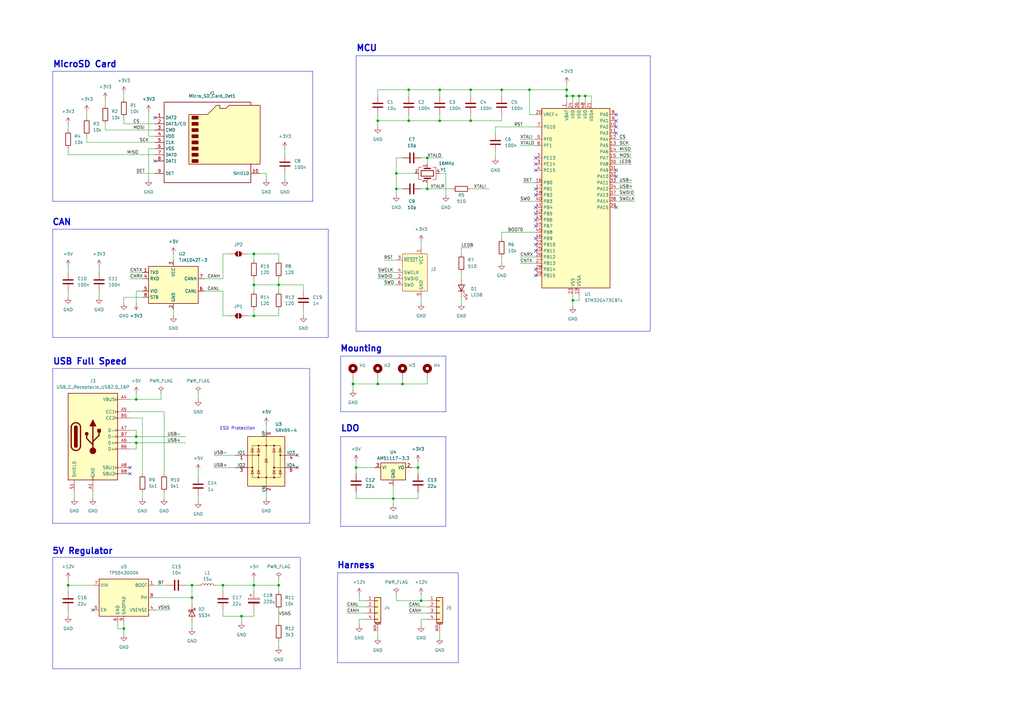
<source format=kicad_sch>
(kicad_sch (version 20231120) (generator "eeschema") (generator_version "8.0")
  (paper "A3")
  (junction (at 104.14 116.84))
  (junction (at 55.88 163.83))
  (junction (at 104.14 240.03))
  (junction (at 232.41 36.83))
  (junction (at 237.49 39.37))
  (junction (at 104.14 104.14))
  (junction (at 175.26 77.47))
  (junction (at 78.74 240.03))
  (junction (at 180.34 36.83))
  (junction (at 154.94 49.53))
  (junction (at 234.95 123.19))
  (junction (at 193.04 36.83))
  (junction (at 167.64 49.53))
  (junction (at 146.05 191.77))
  (junction (at 240.03 39.37))
  (junction (at 91.44 240.03))
  (junction (at 144.78 157.48))
  (junction (at 99.06 252.73))
  (junction (at 161.29 204.47))
  (junction (at 78.74 245.11))
  (junction (at 217.17 36.83))
  (junction (at 114.3 116.84))
  (junction (at 162.56 77.47))
  (junction (at 167.64 36.83))
  (junction (at 193.04 49.53))
  (junction (at 104.14 129.54))
  (junction (at 50.8 257.81))
  (junction (at 114.3 240.03))
  (junction (at 180.34 49.53))
  (junction (at 234.95 39.37))
  (junction (at 165.1 157.48))
  (junction (at 27.94 240.03))
  (junction (at 172.72 246.38))
  (junction (at 154.94 157.48))
  (junction (at 55.88 181.61))
  (junction (at 232.41 39.37))
  (junction (at 55.88 179.07))
  (junction (at 171.45 191.77))
  (junction (at 162.56 71.12))
  (junction (at 205.74 36.83))
  (junction (at 175.26 64.77))
  (no_connect (at 121.92 186.69))
  (no_connect (at 252.73 69.85))
  (no_connect (at 121.92 191.77))
  (no_connect (at 252.73 49.53))
  (no_connect (at 252.73 54.61))
  (no_connect (at 219.71 97.79))
  (no_connect (at 63.5 66.04))
  (no_connect (at 252.73 52.07))
  (no_connect (at 219.71 110.49))
  (no_connect (at 219.71 64.77))
  (no_connect (at 219.71 100.33))
  (no_connect (at 219.71 77.47))
  (no_connect (at 53.34 194.31))
  (no_connect (at 63.5 48.26))
  (no_connect (at 219.71 102.87))
  (no_connect (at 219.71 67.31))
  (no_connect (at 219.71 85.09))
  (no_connect (at 219.71 80.01))
  (no_connect (at 252.73 85.09))
  (no_connect (at 53.34 191.77))
  (no_connect (at 219.71 87.63))
  (no_connect (at 219.71 69.85))
  (no_connect (at 252.73 46.99))
  (no_connect (at 219.71 92.71))
  (no_connect (at 252.73 72.39))
  (no_connect (at 38.1 250.19))
  (no_connect (at 219.71 113.03))
  (no_connect (at 219.71 90.17))
  (wire (pts (xy 167.64 36.83) (xy 167.64 39.37)))
  (wire (pts (xy 55.88 179.07) (xy 76.2 179.07)))
  (wire (pts (xy 234.95 123.19) (xy 237.49 123.19)))
  (wire (pts (xy 175.26 77.47) (xy 185.42 77.47)))
  (wire (pts (xy 35.56 58.42) (xy 63.5 58.42)))
  (wire (pts (xy 214.63 74.93) (xy 219.71 74.93)))
  (wire (pts (xy 171.45 191.77) (xy 168.91 191.77)))
  (wire (pts (xy 242.57 39.37) (xy 242.57 41.91)))
  (wire (pts (xy 27.94 109.22) (xy 27.94 111.76)))
  (wire (pts (xy 27.94 60.96) (xy 27.94 63.5)))
  (wire (pts (xy 50.8 121.92) (xy 50.8 124.46)))
  (wire (pts (xy 109.22 173.99) (xy 109.22 176.53)))
  (wire (pts (xy 109.22 201.93) (xy 109.22 204.47)))
  (wire (pts (xy 50.8 48.26) (xy 50.8 50.8)))
  (wire (pts (xy 193.04 36.83) (xy 193.04 39.37)))
  (wire (pts (xy 30.48 201.93) (xy 30.48 204.47)))
  (wire (pts (xy 146.05 189.23) (xy 146.05 191.77)))
  (wire (pts (xy 104.14 104.14) (xy 114.3 104.14)))
  (wire (pts (xy 219.71 46.99) (xy 217.17 46.99)))
  (wire (pts (xy 81.28 203.2) (xy 81.28 205.74)))
  (wire (pts (xy 40.64 109.22) (xy 40.64 111.76)))
  (polyline (pts (xy 266.7 22.86) (xy 146.05 22.86)))
  (wire (pts (xy 27.94 50.8) (xy 27.94 53.34)))
  (wire (pts (xy 114.3 104.14) (xy 114.3 106.68)))
  (wire (pts (xy 91.44 240.03) (xy 88.9 240.03)))
  (polyline (pts (xy 123.19 274.32) (xy 21.59 274.32)))
  (wire (pts (xy 205.74 49.53) (xy 205.74 46.99)))
  (polyline (pts (xy 21.59 228.6) (xy 26.67 228.6)))
  (wire (pts (xy 234.95 39.37) (xy 234.95 41.91)))
  (wire (pts (xy 50.8 38.1) (xy 50.8 40.64)))
  (wire (pts (xy 165.1 157.48) (xy 175.26 157.48)))
  (wire (pts (xy 78.74 255.27) (xy 78.74 257.81)))
  (wire (pts (xy 83.82 114.3) (xy 91.44 114.3)))
  (polyline (pts (xy 21.59 104.14) (xy 21.59 138.43)))
  (wire (pts (xy 91.44 240.03) (xy 104.14 240.03)))
  (wire (pts (xy 146.05 201.93) (xy 146.05 204.47)))
  (wire (pts (xy 172.72 121.92) (xy 172.72 124.46)))
  (wire (pts (xy 53.34 184.15) (xy 55.88 184.15)))
  (polyline (pts (xy 182.88 146.05) (xy 139.7 146.05)))
  (wire (pts (xy 172.72 246.38) (xy 175.26 246.38)))
  (wire (pts (xy 91.44 114.3) (xy 91.44 104.14)))
  (wire (pts (xy 53.34 111.76) (xy 58.42 111.76)))
  (wire (pts (xy 167.64 49.53) (xy 180.34 49.53)))
  (wire (pts (xy 53.34 114.3) (xy 58.42 114.3)))
  (wire (pts (xy 55.88 176.53) (xy 55.88 179.07)))
  (wire (pts (xy 40.64 119.38) (xy 40.64 121.92)))
  (wire (pts (xy 252.73 77.47) (xy 259.08 77.47)))
  (wire (pts (xy 193.04 36.83) (xy 180.34 36.83)))
  (wire (pts (xy 180.34 49.53) (xy 180.34 46.99)))
  (wire (pts (xy 50.8 257.81) (xy 50.8 260.35)))
  (wire (pts (xy 213.36 107.95) (xy 219.71 107.95)))
  (wire (pts (xy 146.05 194.31) (xy 146.05 191.77)))
  (wire (pts (xy 67.31 201.93) (xy 67.31 204.47)))
  (wire (pts (xy 172.72 99.06) (xy 172.72 101.6)))
  (wire (pts (xy 147.32 254) (xy 149.86 254)))
  (wire (pts (xy 58.42 201.93) (xy 58.42 204.47)))
  (polyline (pts (xy 139.7 146.05) (xy 139.7 151.13)))
  (wire (pts (xy 205.74 95.25) (xy 205.74 97.79)))
  (wire (pts (xy 172.72 243.84) (xy 172.72 246.38)))
  (wire (pts (xy 35.56 45.72) (xy 35.56 48.26)))
  (polyline (pts (xy 143.51 179.07) (xy 182.88 179.07)))
  (wire (pts (xy 63.5 245.11) (xy 78.74 245.11)))
  (wire (pts (xy 55.88 161.29) (xy 55.88 163.83)))
  (wire (pts (xy 172.72 254) (xy 172.72 256.54)))
  (wire (pts (xy 252.73 59.69) (xy 257.81 59.69)))
  (polyline (pts (xy 146.05 49.53) (xy 146.05 135.89)))
  (wire (pts (xy 219.71 95.25) (xy 205.74 95.25)))
  (wire (pts (xy 87.63 186.69) (xy 96.52 186.69)))
  (polyline (pts (xy 128.27 82.55) (xy 128.27 29.21)))
  (wire (pts (xy 213.36 59.69) (xy 219.71 59.69)))
  (wire (pts (xy 213.36 82.55) (xy 219.71 82.55)))
  (wire (pts (xy 104.14 237.49) (xy 104.14 240.03)))
  (wire (pts (xy 91.44 242.57) (xy 91.44 240.03)))
  (polyline (pts (xy 21.59 214.63) (xy 21.59 151.13)))
  (wire (pts (xy 252.73 57.15) (xy 256.54 57.15)))
  (wire (pts (xy 252.73 80.01) (xy 260.35 80.01)))
  (polyline (pts (xy 187.96 271.78) (xy 187.96 234.95)))
  (wire (pts (xy 203.2 52.07) (xy 219.71 52.07)))
  (wire (pts (xy 27.94 119.38) (xy 27.94 121.92)))
  (wire (pts (xy 60.96 60.96) (xy 60.96 73.66)))
  (wire (pts (xy 124.46 119.38) (xy 124.46 116.84)))
  (wire (pts (xy 114.3 237.49) (xy 114.3 240.03)))
  (wire (pts (xy 237.49 39.37) (xy 240.03 39.37)))
  (wire (pts (xy 55.88 163.83) (xy 53.34 163.83)))
  (wire (pts (xy 157.48 116.84) (xy 162.56 116.84)))
  (wire (pts (xy 171.45 189.23) (xy 171.45 191.77)))
  (wire (pts (xy 66.04 163.83) (xy 55.88 163.83)))
  (wire (pts (xy 144.78 157.48) (xy 154.94 157.48)))
  (wire (pts (xy 87.63 191.77) (xy 96.52 191.77)))
  (wire (pts (xy 83.82 119.38) (xy 91.44 119.38)))
  (wire (pts (xy 232.41 39.37) (xy 234.95 39.37)))
  (wire (pts (xy 171.45 191.77) (xy 171.45 194.31)))
  (wire (pts (xy 161.29 199.39) (xy 161.29 204.47)))
  (wire (pts (xy 252.73 67.31) (xy 259.08 67.31)))
  (wire (pts (xy 162.56 64.77) (xy 165.1 64.77)))
  (polyline (pts (xy 139.7 215.9) (xy 139.7 179.07)))
  (wire (pts (xy 147.32 254) (xy 147.32 256.54)))
  (wire (pts (xy 71.12 127) (xy 71.12 129.54)))
  (polyline (pts (xy 138.43 271.78) (xy 187.96 271.78)))
  (wire (pts (xy 50.8 255.27) (xy 50.8 257.81)))
  (wire (pts (xy 217.17 36.83) (xy 232.41 36.83)))
  (wire (pts (xy 252.73 82.55) (xy 260.35 82.55)))
  (wire (pts (xy 114.3 116.84) (xy 114.3 119.38)))
  (wire (pts (xy 104.14 104.14) (xy 101.6 104.14)))
  (wire (pts (xy 154.94 114.3) (xy 162.56 114.3)))
  (wire (pts (xy 67.31 168.91) (xy 67.31 194.31)))
  (wire (pts (xy 162.56 71.12) (xy 162.56 64.77)))
  (wire (pts (xy 162.56 80.01) (xy 162.56 77.47)))
  (wire (pts (xy 27.94 237.49) (xy 27.94 240.03)))
  (wire (pts (xy 104.14 129.54) (xy 114.3 129.54)))
  (wire (pts (xy 161.29 204.47) (xy 161.29 207.01)))
  (wire (pts (xy 81.28 193.04) (xy 81.28 195.58)))
  (wire (pts (xy 205.74 36.83) (xy 217.17 36.83)))
  (wire (pts (xy 106.68 71.12) (xy 109.22 71.12)))
  (wire (pts (xy 175.26 64.77) (xy 172.72 64.77)))
  (wire (pts (xy 154.94 36.83) (xy 167.64 36.83)))
  (wire (pts (xy 50.8 257.81) (xy 48.26 257.81)))
  (polyline (pts (xy 21.59 274.32) (xy 21.59 228.6)))
  (wire (pts (xy 142.24 248.92) (xy 149.86 248.92)))
  (wire (pts (xy 232.41 36.83) (xy 232.41 39.37)))
  (wire (pts (xy 154.94 49.53) (xy 167.64 49.53)))
  (wire (pts (xy 213.36 105.41) (xy 219.71 105.41)))
  (wire (pts (xy 63.5 250.19) (xy 69.85 250.19)))
  (wire (pts (xy 104.14 116.84) (xy 104.14 119.38)))
  (polyline (pts (xy 182.88 168.91) (xy 182.88 146.05)))
  (wire (pts (xy 234.95 120.65) (xy 234.95 123.19)))
  (wire (pts (xy 55.88 124.46) (xy 55.88 119.38)))
  (wire (pts (xy 180.34 259.08) (xy 180.34 261.62)))
  (polyline (pts (xy 182.88 215.9) (xy 139.7 215.9)))
  (wire (pts (xy 162.56 77.47) (xy 165.1 77.47)))
  (polyline (pts (xy 128.27 29.21) (xy 21.59 29.21)))
  (wire (pts (xy 180.34 36.83) (xy 167.64 36.83)))
  (wire (pts (xy 157.48 106.68) (xy 162.56 106.68)))
  (wire (pts (xy 146.05 191.77) (xy 153.67 191.77)))
  (wire (pts (xy 161.29 204.47) (xy 171.45 204.47)))
  (wire (pts (xy 189.23 101.6) (xy 189.23 104.14)))
  (wire (pts (xy 182.88 71.12) (xy 180.34 71.12)))
  (wire (pts (xy 27.94 250.19) (xy 27.94 252.73)))
  (wire (pts (xy 232.41 34.29) (xy 232.41 36.83)))
  (polyline (pts (xy 21.59 29.21) (xy 21.59 38.1)))
  (wire (pts (xy 104.14 240.03) (xy 104.14 242.57)))
  (wire (pts (xy 154.94 157.48) (xy 154.94 154.94)))
  (wire (pts (xy 167.64 251.46) (xy 175.26 251.46)))
  (wire (pts (xy 27.94 240.03) (xy 38.1 240.03)))
  (wire (pts (xy 162.56 246.38) (xy 172.72 246.38)))
  (wire (pts (xy 78.74 240.03) (xy 76.2 240.03)))
  (wire (pts (xy 240.03 39.37) (xy 242.57 39.37)))
  (wire (pts (xy 114.3 129.54) (xy 114.3 127)))
  (wire (pts (xy 91.44 129.54) (xy 93.98 129.54)))
  (wire (pts (xy 162.56 243.84) (xy 162.56 246.38)))
  (wire (pts (xy 55.88 181.61) (xy 76.2 181.61)))
  (polyline (pts (xy 21.59 93.98) (xy 21.59 104.14)))
  (wire (pts (xy 66.04 161.29) (xy 66.04 163.83)))
  (wire (pts (xy 104.14 252.73) (xy 104.14 250.19)))
  (polyline (pts (xy 21.59 138.43) (xy 134.62 138.43)))
  (wire (pts (xy 124.46 127) (xy 124.46 129.54)))
  (wire (pts (xy 193.04 49.53) (xy 193.04 46.99)))
  (polyline (pts (xy 134.62 138.43) (xy 134.62 93.98)))
  (wire (pts (xy 124.46 116.84) (xy 114.3 116.84)))
  (polyline (pts (xy 21.59 151.13) (xy 102.87 151.13)))
  (polyline (pts (xy 187.96 234.95) (xy 138.43 234.95)))
  (wire (pts (xy 147.32 246.38) (xy 149.86 246.38)))
  (wire (pts (xy 104.14 129.54) (xy 104.14 127)))
  (wire (pts (xy 205.74 39.37) (xy 205.74 36.83)))
  (wire (pts (xy 154.94 111.76) (xy 162.56 111.76)))
  (wire (pts (xy 114.3 116.84) (xy 114.3 114.3)))
  (wire (pts (xy 175.26 74.93) (xy 175.26 77.47)))
  (wire (pts (xy 60.96 60.96) (xy 63.5 60.96)))
  (wire (pts (xy 205.74 36.83) (xy 193.04 36.83)))
  (wire (pts (xy 162.56 77.47) (xy 162.56 71.12)))
  (wire (pts (xy 175.26 67.31) (xy 175.26 64.77)))
  (polyline (pts (xy 127 214.63) (xy 21.59 214.63)))
  (wire (pts (xy 203.2 62.23) (xy 203.2 64.77)))
  (wire (pts (xy 91.44 252.73) (xy 91.44 250.19)))
  (wire (pts (xy 71.12 104.14) (xy 71.12 106.68)))
  (wire (pts (xy 175.26 64.77) (xy 181.61 64.77)))
  (polyline (pts (xy 26.67 228.6) (xy 123.19 228.6)))
  (wire (pts (xy 193.04 49.53) (xy 205.74 49.53)))
  (polyline (pts (xy 146.05 22.86) (xy 146.05 49.53)))
  (wire (pts (xy 175.26 77.47) (xy 172.72 77.47)))
  (polyline (pts (xy 139.7 179.07) (xy 143.51 179.07)))
  (wire (pts (xy 99.06 252.73) (xy 104.14 252.73)))
  (wire (pts (xy 182.88 71.12) (xy 182.88 80.01)))
  (wire (pts (xy 43.18 53.34) (xy 63.5 53.34)))
  (wire (pts (xy 167.64 46.99) (xy 167.64 49.53)))
  (wire (pts (xy 154.94 157.48) (xy 165.1 157.48)))
  (wire (pts (xy 146.05 204.47) (xy 161.29 204.47)))
  (wire (pts (xy 175.26 157.48) (xy 175.26 154.94)))
  (wire (pts (xy 114.3 242.57) (xy 114.3 240.03)))
  (wire (pts (xy 60.96 45.72) (xy 60.96 55.88)))
  (wire (pts (xy 78.74 240.03) (xy 81.28 240.03)))
  (wire (pts (xy 167.64 248.92) (xy 175.26 248.92)))
  (polyline (pts (xy 123.19 228.6) (xy 123.19 274.32)))
  (wire (pts (xy 114.3 262.89) (xy 114.3 265.43)))
  (polyline (pts (xy 134.62 93.98) (xy 21.59 93.98)))
  (wire (pts (xy 55.88 71.12) (xy 63.5 71.12)))
  (wire (pts (xy 162.56 71.12) (xy 170.18 71.12)))
  (wire (pts (xy 35.56 55.88) (xy 35.56 58.42)))
  (wire (pts (xy 58.42 171.45) (xy 53.34 171.45)))
  (wire (pts (xy 232.41 39.37) (xy 232.41 41.91)))
  (polyline (pts (xy 139.7 151.13) (xy 139.7 168.91)))
  (wire (pts (xy 180.34 49.53) (xy 193.04 49.53)))
  (wire (pts (xy 91.44 119.38) (xy 91.44 129.54)))
  (polyline (pts (xy 21.59 38.1) (xy 21.59 82.55)))
  (wire (pts (xy 104.14 116.84) (xy 114.3 116.84)))
  (wire (pts (xy 50.8 50.8) (xy 63.5 50.8)))
  (polyline (pts (xy 21.59 82.55) (xy 128.27 82.55)))
  (wire (pts (xy 63.5 240.03) (xy 68.58 240.03)))
  (wire (pts (xy 252.73 64.77) (xy 259.08 64.77)))
  (wire (pts (xy 99.06 252.73) (xy 99.06 255.27)))
  (wire (pts (xy 78.74 247.65) (xy 78.74 245.11)))
  (wire (pts (xy 189.23 101.6) (xy 193.04 101.6)))
  (wire (pts (xy 252.73 74.93) (xy 259.08 74.93)))
  (wire (pts (xy 165.1 157.48) (xy 165.1 154.94)))
  (wire (pts (xy 38.1 201.93) (xy 38.1 204.47)))
  (wire (pts (xy 193.04 77.47) (xy 200.66 77.47)))
  (wire (pts (xy 172.72 254) (xy 175.26 254)))
  (wire (pts (xy 104.14 106.68) (xy 104.14 104.14)))
  (wire (pts (xy 53.34 168.91) (xy 67.31 168.91)))
  (wire (pts (xy 240.03 39.37) (xy 240.03 41.91)))
  (wire (pts (xy 53.34 179.07) (xy 55.88 179.07)))
  (wire (pts (xy 27.94 242.57) (xy 27.94 240.03)))
  (wire (pts (xy 99.06 252.73) (xy 91.44 252.73)))
  (wire (pts (xy 237.49 39.37) (xy 237.49 41.91)))
  (wire (pts (xy 237.49 123.19) (xy 237.49 120.65)))
  (wire (pts (xy 58.42 194.31) (xy 58.42 171.45)))
  (wire (pts (xy 101.6 129.54) (xy 104.14 129.54)))
  (wire (pts (xy 144.78 154.94) (xy 144.78 157.48)))
  (wire (pts (xy 50.8 121.92) (xy 58.42 121.92)))
  (wire (pts (xy 154.94 36.83) (xy 154.94 39.37)))
  (wire (pts (xy 171.45 204.47) (xy 171.45 201.93)))
  (wire (pts (xy 53.34 176.53) (xy 55.88 176.53)))
  (wire (pts (xy 114.3 250.19) (xy 114.3 255.27)))
  (wire (pts (xy 154.94 49.53) (xy 154.94 52.07)))
  (wire (pts (xy 81.28 161.29) (xy 81.28 163.83)))
  (wire (pts (xy 109.22 71.12) (xy 109.22 73.66)))
  (wire (pts (xy 144.78 157.48) (xy 144.78 160.02)))
  (wire (pts (xy 234.95 123.19) (xy 234.95 125.73)))
  (wire (pts (xy 116.84 71.12) (xy 116.84 73.66)))
  (wire (pts (xy 116.84 60.96) (xy 116.84 63.5)))
  (wire (pts (xy 252.73 62.23) (xy 259.08 62.23)))
  (wire (pts (xy 43.18 53.34) (xy 43.18 50.8)))
  (polyline (pts (xy 138.43 238.76) (xy 138.43 271.78)))
  (wire (pts (xy 91.44 104.14) (xy 93.98 104.14)))
  (polyline (pts (xy 138.43 234.95) (xy 138.43 238.76)))
  (wire (pts (xy 78.74 245.11) (xy 78.74 240.03)))
  (wire (pts (xy 205.74 105.41) (xy 205.74 107.95)))
  (wire (pts (xy 147.32 243.84) (xy 147.32 246.38)))
  (polyline (pts (xy 146.05 135.89) (xy 266.7 135.89)))
  (wire (pts (xy 104.14 240.03) (xy 114.3 240.03)))
  (wire (pts (xy 60.96 55.88) (xy 63.5 55.88)))
  (wire (pts (xy 48.26 257.81) (xy 48.26 255.27)))
  (wire (pts (xy 189.23 121.92) (xy 189.23 124.46)))
  (wire (pts (xy 55.88 119.38) (xy 58.42 119.38)))
  (wire (pts (xy 55.88 184.15) (xy 55.88 181.61)))
  (wire (pts (xy 189.23 111.76) (xy 189.23 114.3)))
  (wire (pts (xy 217.17 36.83) (xy 217.17 46.99)))
  (wire (pts (xy 234.95 39.37) (xy 237.49 39.37)))
  (wire (pts (xy 43.18 40.64) (xy 43.18 43.18)))
  (wire (pts (xy 27.94 63.5) (xy 63.5 63.5)))
  (polyline (pts (xy 182.88 179.07) (xy 182.88 215.9)))
  (polyline (pts (xy 139.7 168.91) (xy 182.88 168.91)))
  (wire (pts (xy 53.34 181.61) (xy 55.88 181.61)))
  (wire (pts (xy 213.36 57.15) (xy 219.71 57.15)))
  (polyline (pts (xy 266.7 135.89) (xy 266.7 22.86)))
  (wire (pts (xy 142.24 251.46) (xy 149.86 251.46)))
  (wire (pts (xy 180.34 36.83) (xy 180.34 39.37)))
  (wire (pts (xy 104.14 114.3) (xy 104.14 116.84)))
  (wire (pts (xy 154.94 259.08) (xy 154.94 261.62)))
  (wire (pts (xy 203.2 54.61) (xy 203.2 52.07)))
  (polyline (pts (xy 102.87 151.13) (xy 127 151.13)))
  (wire (pts (xy 154.94 46.99) (xy 154.94 49.53)))
  (polyline (pts (xy 127 151.13) (xy 127 214.63)))
  (text "ESD Protection" (at 90.17 176.53 0) (effects (font (size 1.27 1.27)) (justify left bottom)))
  (text "MCU" (at 146.05 21.336 0) (effects (font (size 2.54 2.54) (thickness 0.508) (bold yes)) (justify left bottom)))
  (text "LDO" (at 139.7 177.292 0) (effects (font (size 2.54 2.54) (thickness 0.508) (bold yes)) (justify left bottom)))
  (text "CAN" (at 21.336 92.71 0) (effects (font (size 2.54 2.54) (thickness 0.508) (bold yes)) (justify left bottom)))
  (text "Harness" (at 138.176 233.426 0) (effects (font (size 2.54 2.54) (thickness 0.508) (bold yes)) (justify left bottom)))
  (text "USB Full Speed" (at 21.59 149.86 0) (effects (font (size 2.54 2.54) (thickness 0.508) (bold yes)) (justify left bottom)))
  (text "5V Regulator" (at 21.336 227.584 0) (effects (font (size 2.5 2.5) (thickness 0.5) (bold yes)) (justify left bottom)))
  (text "Mounting" (at 139.446 144.526 0) (effects (font (size 2.5 2.5) (thickness 0.5) (bold yes)) (justify left bottom)))
  (text "MicroSD Card" (at 21.59 27.94 0) (effects (font (size 2.54 2.54) (thickness 0.508) (bold yes)) (justify left bottom)))
  (label "XTALI" (at 213.36 57.15 0))
  (label "CS" (at 54.61 50.8 0))
  (label "CANH" (at 142.24 251.46 0))
  (label "MISO" (at 52.07 63.5 0))
  (label "XTALO" (at 213.36 59.69 0))
  (label "SWDIO" (at 254 80.01 0))
  (label "SCK" (at 57.15 58.42 0))
  (label "CANL" (at 142.24 248.92 0))
  (label "VSNS" (at 114.3 252.73 0))
  (label "DET" (at 214.63 74.93 0))
  (label "SWDIO" (at 154.94 114.3 0))
  (label "USB-" (at 254 74.93 0))
  (label "CNTX" (at 53.34 111.76 0))
  (label "CNTX" (at 213.36 107.95 0))
  (label "SWCLK" (at 154.94 111.76 0))
  (label "LEDB" (at 189.23 101.6 0))
  (label "BOOT0" (at 208.28 95.25 0))
  (label "CANH" (at 85.09 114.3 0))
  (label "MOSI" (at 254 64.77 0))
  (label "CNRX" (at 53.34 114.3 0))
  (label "CANL" (at 85.09 119.38 0))
  (label "RST" (at 210.82 52.07 0))
  (label "BT" (at 64.77 240.03 0))
  (label "SWO" (at 157.48 116.84 0))
  (label "CANL" (at 167.64 248.92 0))
  (label "USB-" (at 68.58 179.07 0))
  (label "XTALR" (at 176.53 77.47 0))
  (label "USB+" (at 254 77.47 0))
  (label "USB+" (at 68.58 181.61 0))
  (label "USB-" (at 87.63 186.69 0))
  (label "XTALI" (at 194.31 77.47 0))
  (label "CANH" (at 167.64 251.46 0))
  (label "MISO" (at 254 62.23 0))
  (label "SWCLK" (at 254 82.55 0))
  (label "SWO" (at 213.36 82.55 0))
  (label "XTALO" (at 175.26 64.77 0))
  (label "SCK" (at 254 59.69 0))
  (label "CS" (at 254 57.15 0))
  (label "USB+" (at 87.63 191.77 0))
  (label "CNRX" (at 213.36 105.41 0))
  (label "LEDB" (at 254 67.31 0))
  (label "MOSI" (at 54.61 53.34 0))
  (label "DET" (at 55.88 71.12 0))
  (label "VSNS" (at 64.77 250.19 0))
  (label "RST" (at 157.48 106.68 0))
  (symbol (lib_id "Device:C") (at 193.04 43.18 0) (unit 1)
    (property "Reference" "C4" (at 196.85 41.9099 0) (effects (justify left)))
    (property "Value" "100n" (at 196.85 44.4499 0) (effects (justify left)))
    (property "Footprint" "Capacitor_SMD:C_0402_1005Metric" (effects (hide yes)))
    (property "Description" "Unpolarized capacitor" (effects (hide yes)))
    (property "LCSC" "C1525" (effects (hide yes)))
  )
  (symbol (lib_name "VBUS_3") (lib_id "power:VBUS") (at 27.94 109.22 0) (unit 1)
    (property "Reference" "#PWR018" (effects (hide yes)))
    (property "Value" "+5V" (at 27.94 104.14 0))
    (property "Description" "Power symbol creates a global label with name \"VBUS\"" (effects (hide yes)))
  )
  (symbol (lib_id "Device:C") (at 27.94 115.57 0) (unit 1)
    (property "Reference" "C10" (at 31.75 114.2999 0) (effects (justify left)))
    (property "Value" "100n" (at 31.75 116.8399 0) (effects (justify left)))
    (property "Footprint" "Capacitor_SMD:C_0402_1005Metric" (effects (hide yes)))
    (property "Description" "Unpolarized capacitor" (effects (hide yes)))
    (property "LCSC" "C1525" (effects (hide yes)))
  )
  (symbol (lib_id "Device:C") (at 167.64 43.18 0) (unit 1)
    (property "Reference" "C2" (at 171.45 41.9099 0) (effects (justify left)))
    (property "Value" "100n" (at 171.45 44.4499 0) (effects (justify left)))
    (property "Footprint" "Capacitor_SMD:C_0402_1005Metric" (effects (hide yes)))
    (property "Description" "Unpolarized capacitor" (effects (hide yes)))
    (property "LCSC" "C1525" (effects (hide yes)))
  )
  (symbol (lib_id "power:GND") (at 144.78 160.02 0) (unit 1)
    (property "Reference" "#PWR054" (effects (hide yes)))
    (property "Value" "GND" (at 144.78 165.1 0))
    (property "Description" "Power symbol creates a global label with name \"GND\" , ground" (effects (hide yes)))
  )
  (symbol (lib_id "power:+12V") (at 147.32 243.84 0) (unit 1)
    (property "Reference" "#PWR042" (effects (hide yes)))
    (property "Value" "+12V" (at 147.32 238.76 0))
    (property "Description" "Power symbol creates a global label with name \"+12V\"" (effects (hide yes)))
  )
  (symbol (lib_id "Connector:Micro_SD_Card_Det1") (at 86.36 58.42 0) (unit 1)
    (property "Reference" "J1" (at 86.995 38.1 0))
    (property "Value" "Micro_SD_Card_Det1" (at 86.995 39.37 0))
    (property "Footprint" "User_Footprints:SD-CARD" (effects (hide yes)))
    (property "Datasheet" "https://datasheet.lcsc.com/lcsc/2110151630_XKB-Connectivity-XKTF-015-N_C381082.pdf" (effects (hide yes)))
    (property "Description" "Micro SD Card Socket with one card detection pin" (effects (hide yes)))
    (property "LCSC" "C393941" (effects (hide yes)))
  )
  (symbol (lib_id "Device:R") (at 43.18 46.99 0) (unit 1)
    (property "Reference" "R2" (at 45.72 45.7199 0) (effects (justify left)))
    (property "Value" "10k" (at 45.72 48.2599 0) (effects (justify left)))
    (property "Footprint" "Resistor_SMD:R_0402_1005Metric" (effects (hide yes)))
    (property "Description" "Resistor" (effects (hide yes)))
    (property "LCSC" "C25744" (effects (hide yes)))
  )
  (symbol (lib_id "Interface_CAN_LIN:TJA1042T-3") (at 71.12 116.84 0) (unit 1)
    (property "Reference" "U2" (at 73.3141 104.14 0) (effects (justify left)))
    (property "Value" "TJA1042T-3" (at 73.3141 106.68 0) (effects (justify left)))
    (property "Footprint" "Package_SO:SOIC-8_3.9x4.9mm_P1.27mm" (effects (hide yes)))
    (property "Datasheet" "http://www.nxp.com/docs/en/data-sheet/TJA1042.pdf" (effects (hide yes)))
    (property "Description" "High-Speed CAN Transceiver, separate VIO, standby mode, SOIC-8" (effects (hide yes)))
    (property "LCSC" "C132227" (effects (hide yes)))
  )
  (symbol (lib_id "Device:R") (at 114.3 110.49 180) (unit 1)
    (property "Reference" "R8" (at 116.84 109.2199 0) (effects (justify right)))
    (property "Value" "120" (at 116.84 111.7599 0) (effects (justify right)))
    (property "Footprint" "Resistor_SMD:R_0603_1608Metric" (effects (hide yes)))
    (property "Description" "Resistor" (effects (hide yes)))
    (property "LCSC" "C22787" (effects (hide yes)))
  )
  (symbol (lib_id "power:+3V3") (at 172.72 99.06 0) (unit 1)
    (property "Reference" "#PWR015" (effects (hide yes)))
    (property "Value" "+3V3" (at 172.72 93.98 0))
    (property "Description" "Power symbol creates a global label with name \"+3V3\"" (effects (hide yes)))
  )
  (symbol (lib_id "power:+3V3") (at 27.94 50.8 0) (unit 1)
    (property "Reference" "#PWR06" (effects (hide yes)))
    (property "Value" "+3V3" (at 27.94 45.72 0))
    (property "Description" "Power symbol creates a global label with name \"+3V3\"" (effects (hide yes)))
  )
  (symbol (lib_id "power:+3V3") (at 50.8 38.1 0) (unit 1)
    (property "Reference" "#PWR02" (effects (hide yes)))
    (property "Value" "+3V3" (at 50.8 33.02 0))
    (property "Description" "Power symbol creates a global label with name \"+3V3\"" (effects (hide yes)))
  )
  (symbol (lib_id "power:GND") (at 71.12 129.54 0) (unit 1)
    (property "Reference" "#PWR026" (effects (hide yes)))
    (property "Value" "GND" (at 71.12 134.62 0))
    (property "Description" "Power symbol creates a global label with name \"GND\" , ground" (effects (hide yes)))
  )
  (symbol (lib_id "Connector:Conn_ARM_SWD_TagConnect_TC2030-NL") (at 170.18 111.76 0) (mirror y) (unit 1) (in_bom no)
    (property "Reference" "J2" (at 176.53 110.4899 0) (effects (justify right)))
    (property "Value" "Conn_ARM_SWD_TagConnect_TC2030-NL" (effects (hide yes)))
    (property "Footprint" "Connector:Tag-Connect_TC2030-IDC-NL_2x03_P1.27mm_Vertical" (effects (hide yes)))
    (property "Datasheet" "https://www.tag-connect.com/wp-content/uploads/bsk-pdf-manager/TC2030-CTX_1.pdf" (effects (hide yes)))
    (property "Description" "Tag-Connect ARM Cortex SWD JTAG connector, 6 pin, no legs" (effects (hide yes)))
  )
  (symbol (lib_id "Mechanical:MountingHole_Pad") (at 154.94 152.4 0) (unit 1) (exclude_from_sim yes) (in_bom no)
    (property "Reference" "H2" (at 157.48 149.8599 0) (effects (justify left)))
    (property "Value" "MountingHole_Pad" (effects (hide yes)))
    (property "Footprint" "MountingHole:MountingHole_3.2mm_M3_ISO7380_Pad" (effects (hide yes)))
    (property "Description" "Mounting Hole with connection" (effects (hide yes)))
  )
  (symbol (lib_id "Power_Protection:SRV05-4") (at 109.22 189.23 0) (unit 1)
    (property "Reference" "U3" (at 112.8461 173.99 0) (effects (justify left)))
    (property "Value" "SRV05-4" (at 112.8461 176.53 0) (effects (justify left)))
    (property "Footprint" "Package_TO_SOT_SMD:SOT-23-6" (effects (hide yes)))
    (property "Datasheet" "http://www.onsemi.com/pub/Collateral/SRV05-4-D.PDF" (effects (hide yes)))
    (property "LCSC" "C7420376" (effects (hide yes)))
  )
  (symbol (lib_id "power:GND") (at 154.94 261.62 0) (unit 1)
    (property "Reference" "#PWR050" (effects (hide yes)))
    (property "Value" "GND" (at 154.94 266.7 0))
    (property "Description" "Power symbol creates a global label with name \"GND\" , ground" (effects (hide yes)))
  )
  (symbol (lib_id "power:GND") (at 38.1 204.47 0) (unit 1)
    (property "Reference" "#PWR034" (effects (hide yes)))
    (property "Value" "GND" (at 38.1 209.55 0))
  )
  (symbol (lib_id "Device:C_Polarized") (at 104.14 246.38 0) (unit 1)
    (property "Reference" "C18" (at 107.95 244.2209 0) (effects (justify left)))
    (property "Value" "220u" (at 107.95 246.7609 0) (effects (justify left)))
    (property "Footprint" "Capacitor_SMD:CP_Elec_6.3x5.4" (effects (hide yes)))
    (property "Description" "Polarized capacitor" (effects (hide yes)))
    (property "LCSC" "C72494" (effects (hide yes)))
  )
  (symbol (lib_id "power:GND") (at 109.22 73.66 0) (unit 1)
    (property "Reference" "#PWR011" (effects (hide yes)))
    (property "Value" "GND" (at 109.22 78.74 0))
    (property "Description" "Power symbol creates a global label with name \"GND\" , ground" (effects (hide yes)))
  )
  (symbol (lib_id "power:GND") (at 81.28 205.74 0) (unit 1)
    (property "Reference" "#PWR038" (effects (hide yes)))
    (property "Value" "GND" (at 81.28 210.82 0))
  )
  (symbol (lib_name "VBUS_3") (lib_id "power:VBUS") (at 55.88 161.29 0) (unit 1)
    (property "Reference" "#PWR027" (effects (hide yes)))
    (property "Value" "+5V" (at 55.88 156.21 0))
    (property "Description" "Power symbol creates a global label with name \"VBUS\"" (effects (hide yes)))
  )
  (symbol (lib_id "Device:C") (at 91.44 246.38 0) (unit 1)
    (property "Reference" "C17" (at 95.25 245.1099 0) (effects (justify left)))
    (property "Value" "22u" (at 95.25 247.6499 0) (effects (justify left)))
    (property "Footprint" "Capacitor_SMD:C_1206_3216Metric" (effects (hide yes)))
    (property "Description" "Unpolarized capacitor" (effects (hide yes)))
    (property "LCSC" "C12891" (effects (hide yes)))
  )
  (symbol (lib_id "power:+3V3") (at 55.88 124.46 180) (unit 1)
    (property "Reference" "#PWR022" (effects (hide yes)))
    (property "Value" "+3V3" (at 55.88 129.54 0))
    (property "Description" "Power symbol creates a global label with name \"+3V3\"" (effects (hide yes)))
  )
  (symbol (lib_id "power:+3V3") (at 171.45 189.23 0) (unit 1)
    (property "Reference" "#PWR031" (effects (hide yes)))
    (property "Value" "+3V3" (at 171.45 184.15 0))
    (property "Description" "Power symbol creates a global label with name \"+3V3\"" (effects (hide yes)))
  )
  (symbol (lib_id "power:GND") (at 114.3 265.43 0) (unit 1)
    (property "Reference" "#PWR052" (effects (hide yes)))
    (property "Value" "GND" (at 114.3 270.51 0))
    (property "Description" "Power symbol creates a global label with name \"GND\" , ground" (effects (hide yes)))
  )
  (symbol (lib_id "Device:R") (at 27.94 57.15 0) (unit 1)
    (property "Reference" "R4" (at 30.48 55.8799 0) (effects (justify left)))
    (property "Value" "10k" (at 30.48 58.4199 0) (effects (justify left)))
    (property "Footprint" "Resistor_SMD:R_0402_1005Metric" (effects (hide yes)))
    (property "Description" "Resistor" (effects (hide yes)))
    (property "LCSC" "C25744" (effects (hide yes)))
  )
  (symbol (lib_id "power:GND") (at 50.8 124.46 0) (unit 1)
    (property "Reference" "#PWR055" (effects (hide yes)))
    (property "Value" "GND" (at 50.8 129.54 0))
    (property "Description" "Power symbol creates a global label with name \"GND\" , ground" (effects (hide yes)))
  )
  (symbol (lib_id "Device:D_Schottky") (at 78.74 251.46 270) (unit 1)
    (property "Reference" "D2" (at 81.28 249.8724 90) (effects (justify left)))
    (property "Value" "SS34" (at 81.28 252.4124 90) (effects (justify left)))
    (property "Footprint" "Diode_SMD:D_SMA" (effects (hide yes)))
    (property "Description" "Schottky diode" (effects (hide yes)))
    (property "LCSC" "C8678" (effects (hide yes)))
  )
  (symbol (lib_id "power:+3V3") (at 43.18 40.64 0) (unit 1)
    (property "Reference" "#PWR03" (effects (hide yes)))
    (property "Value" "+3V3" (at 43.18 35.56 0))
    (property "Description" "Power symbol creates a global label with name \"+3V3\"" (effects (hide yes)))
  )
  (symbol (lib_id "Device:R") (at 205.74 101.6 0) (unit 1)
    (property "Reference" "R6" (at 208.28 100.3299 0) (effects (justify left)))
    (property "Value" "10k" (at 208.28 102.8699 0) (effects (justify left)))
    (property "Footprint" "Resistor_SMD:R_0402_1005Metric" (effects (hide yes)))
    (property "Description" "Resistor" (effects (hide yes)))
    (property "LCSC" "C25744" (effects (hide yes)))
  )
  (symbol (lib_id "power:GND") (at 50.8 260.35 0) (unit 1)
    (property "Reference" "#PWR049" (effects (hide yes)))
    (property "Value" "GND" (at 50.8 265.43 0))
    (property "Description" "Power symbol creates a global label with name \"GND\" , ground" (effects (hide yes)))
  )
  (symbol (lib_id "power:GND") (at 180.34 261.62 0) (unit 1)
    (property "Reference" "#PWR051" (effects (hide yes)))
    (property "Value" "GND" (at 180.34 266.7 0))
    (property "Description" "Power symbol creates a global label with name \"GND\" , ground" (effects (hide yes)))
  )
  (symbol (lib_id "power:+5V") (at 104.14 237.49 0) (unit 1)
    (property "Reference" "#PWR041" (effects (hide yes)))
    (property "Value" "+5V" (at 104.14 232.41 0))
    (property "Description" "Power symbol creates a global label with name \"+5V\"" (effects (hide yes)))
  )
  (symbol (lib_id "Device:C") (at 124.46 123.19 0) (unit 1)
    (property "Reference" "C19" (at 128.27 121.9199 0) (effects (justify left)))
    (property "Value" "1n" (at 128.27 124.4599 0) (effects (justify left)))
    (property "Footprint" "Capacitor_SMD:C_0603_1608Metric" (effects (hide yes)))
    (property "Description" "Unpolarized capacitor" (effects (hide yes)))
    (property "LCSC" "C1588" (effects (hide yes)))
  )
  (symbol (lib_name "VBUS_3") (lib_id "power:VBUS") (at 81.28 193.04 0) (unit 1)
    (property "Reference" "#PWR032" (effects (hide yes)))
    (property "Value" "+5V" (at 81.28 187.96 0))
    (property "Description" "Power symbol creates a global label with name \"VBUS\"" (effects (hide yes)))
  )
  (symbol (lib_id "Connector_Generic_MountingPin:Conn_01x04_MountingPin") (at 180.34 248.92 0) (unit 1)
    (property "Reference" "J5" (at 182.88 249.2755 0) (effects (justify left)))
    (property "Value" "Conn_01x04_MountingPin" (effects (hide yes)))
    (property "Footprint" "Connector_JST:JST_GH_SM04B-GHS-TB_1x04-1MP_P1.25mm_Horizontal" (effects (hide yes)))
    (property "Description" "Generic connectable mounting pin connector, single row, 01x04, script generated (kicad-library-utils/schlib/autogen/connector/)" (effects (hide yes)))
    (property "LCSC" "C189895" (effects (hide yes)))
  )
  (symbol (lib_id "Device:C") (at 27.94 246.38 0) (unit 1)
    (property "Reference" "C16" (at 31.75 245.1099 0) (effects (justify left)))
    (property "Value" "22u" (at 31.75 247.6499 0) (effects (justify left)))
    (property "Footprint" "Capacitor_SMD:C_1206_3216Metric" (effects (hide yes)))
    (property "Description" "Unpolarized capacitor" (effects (hide yes)))
    (property "LCSC" "C12891" (effects (hide yes)))
  )
  (symbol (lib_name "VBUS_3") (lib_id "power:VBUS") (at 109.22 173.99 0) (unit 1)
    (property "Reference" "#PWR029" (effects (hide yes)))
    (property "Value" "+5V" (at 109.22 168.91 0))
    (property "Description" "Power symbol creates a global label with name \"VBUS\"" (effects (hide yes)))
  )
  (symbol (lib_id "power:GND") (at 58.42 204.47 0) (unit 1)
    (property "Reference" "#PWR035" (effects (hide yes)))
    (property "Value" "GND" (at 58.42 209.55 0))
  )
  (symbol (lib_id "Device:C") (at 180.34 43.18 0) (unit 1)
    (property "Reference" "C3" (at 184.15 41.9099 0) (effects (justify left)))
    (property "Value" "100n" (at 184.15 44.4499 0) (effects (justify left)))
    (property "Footprint" "Capacitor_SMD:C_0402_1005Metric" (effects (hide yes)))
    (property "Description" "Unpolarized capacitor" (effects (hide yes)))
    (property "LCSC" "C1525" (effects (hide yes)))
  )
  (symbol (lib_id "power:GND") (at 154.94 52.07 0) (unit 1)
    (property "Reference" "#PWR07" (effects (hide yes)))
    (property "Value" "GND" (at 154.94 57.15 0))
    (property "Description" "Power symbol creates a global label with name \"GND\" , ground" (effects (hide yes)))
  )
  (symbol (lib_id "power:+3V3") (at 40.64 109.22 0) (unit 1)
    (property "Reference" "#PWR019" (effects (hide yes)))
    (property "Value" "+3V3" (at 40.64 104.14 0))
    (property "Description" "Power symbol creates a global label with name \"+3V3\"" (effects (hide yes)))
  )
  (symbol (lib_id "power:PWR_FLAG") (at 66.04 161.29 0) (unit 1)
    (property "Reference" "#FLG01" (effects (hide yes)))
    (property "Value" "PWR_FLAG" (at 66.04 156.21 0))
    (property "Description" "Special symbol for telling ERC where power comes from" (effects (hide yes)))
  )
  (symbol (lib_id "Mechanical:MountingHole_Pad") (at 175.26 152.4 0) (unit 1) (exclude_from_sim yes) (in_bom no)
    (property "Reference" "H4" (at 177.8 149.8599 0) (effects (justify left)))
    (property "Value" "MountingHole_Pad" (effects (hide yes)))
    (property "Footprint" "MountingHole:MountingHole_3.2mm_M3_ISO7380_Pad" (effects (hide yes)))
    (property "Description" "Mounting Hole with connection" (effects (hide yes)))
  )
  (symbol (lib_id "power:GND") (at 203.2 64.77 0) (unit 1)
    (property "Reference" "#PWR09" (effects (hide yes)))
    (property "Value" "GND" (at 203.2 69.85 0))
    (property "Description" "Power symbol creates a global label with name \"GND\" , ground" (effects (hide yes)))
  )
  (symbol (lib_id "power:GND") (at 40.64 121.92 0) (unit 1)
    (property "Reference" "#PWR021" (effects (hide yes)))
    (property "Value" "GND" (at 40.64 127 0))
    (property "Description" "Power symbol creates a global label with name \"GND\" , ground" (effects (hide yes)))
  )
  (symbol (lib_id "Device:R") (at 189.23 107.95 0) (unit 1)
    (property "Reference" "R7" (at 191.77 106.68 0) (effects (justify left)))
    (property "Value" "510" (at 191.77 109.22 0) (effects (justify left)))
    (property "Footprint" "Resistor_SMD:R_0402_1005Metric" (effects (hide yes)))
    (property "LCSC" "C25123" (effects (hide yes)))
  )
  (symbol (lib_id "power:GND") (at 124.46 129.54 0) (unit 1)
    (property "Reference" "#PWR053" (effects (hide yes)))
    (property "Value" "GND" (at 124.46 134.62 0))
    (property "Description" "Power symbol creates a global label with name \"GND\" , ground" (effects (hide yes)))
  )
  (symbol (lib_name "VBUS_3") (lib_id "power:VBUS") (at 146.05 189.23 0) (unit 1)
    (property "Reference" "#PWR030" (effects (hide yes)))
    (property "Value" "+5V" (at 146.05 184.15 0))
    (property "Description" "Power symbol creates a global label with name \"VBUS\"" (effects (hide yes)))
  )
  (symbol (lib_id "Regulator_Linear:AMS1117-3.3") (at 161.29 191.77 0) (unit 1)
    (property "Reference" "U4" (at 161.29 185.42 0))
    (property "Value" "AMS1117-3.3" (at 161.29 187.96 0))
    (property "Footprint" "Package_TO_SOT_SMD:SOT-223-3_TabPin2" (effects (hide yes)))
    (property "Datasheet" "http://www.advanced-monolithic.com/pdf/ds1117.pdf" (effects (hide yes)))
    (property "Description" "1A Low Dropout regulator, positive, 3.3V fixed output, SOT-223" (effects (hide yes)))
    (property "LCSC" "C6186" (effects (hide yes)))
  )
  (symbol (lib_id "Device:C") (at 72.39 240.03 90) (unit 1)
    (property "Reference" "C15" (at 72.39 232.41 90))
    (property "Value" "10n" (at 72.39 234.95 90))
    (property "Footprint" "Capacitor_SMD:C_0402_1005Metric" (effects (hide yes)))
    (property "Description" "Unpolarized capacitor" (effects (hide yes)))
    (property "LCSC" "C15195" (effects (hide yes)))
  )
  (symbol (lib_id "power:GND") (at 60.96 73.66 0) (unit 1)
    (property "Reference" "#PWR010" (effects (hide yes)))
    (property "Value" "GND" (at 60.96 78.74 0))
    (property "Description" "Power symbol creates a global label with name \"GND\" , ground" (effects (hide yes)))
  )
  (symbol (lib_id "power:+3V3") (at 116.84 60.96 0) (unit 1)
    (property "Reference" "#PWR08" (effects (hide yes)))
    (property "Value" "+3V3" (at 116.84 55.88 0))
    (property "Description" "Power symbol creates a global label with name \"+3V3\"" (effects (hide yes)))
  )
  (symbol (lib_id "Device:R") (at 104.14 123.19 180) (unit 1)
    (property "Reference" "R14" (at 106.68 121.9199 0) (effects (justify right)))
    (property "Value" "120" (at 106.68 124.4599 0) (effects (justify right)))
    (property "Footprint" "Resistor_SMD:R_0603_1608Metric" (effects (hide yes)))
    (property "Description" "Resistor" (effects (hide yes)))
    (property "LCSC" "C22787" (effects (hide yes)))
  )
  (symbol (lib_id "power:+3V3") (at 232.41 34.29 0) (unit 1)
    (property "Reference" "#PWR01" (effects (hide yes)))
    (property "Value" "+3V3" (at 232.41 29.21 0))
    (property "Description" "Power symbol creates a global label with name \"+3V3\"" (effects (hide yes)))
  )
  (symbol (lib_id "Device:C") (at 205.74 43.18 0) (unit 1)
    (property "Reference" "C5" (at 209.55 41.9099 0) (effects (justify left)))
    (property "Value" "100n" (at 209.55 44.4499 0) (effects (justify left)))
    (property "Footprint" "Capacitor_SMD:C_0402_1005Metric" (effects (hide yes)))
    (property "Description" "Unpolarized capacitor" (effects (hide yes)))
    (property "LCSC" "C1525" (effects (hide yes)))
  )
  (symbol (lib_id "Device:R") (at 67.31 198.12 0) (unit 1)
    (property "Reference" "R10" (at 69.85 196.85 0) (effects (justify left)))
    (property "Value" "5k1" (at 69.85 199.39 0) (effects (justify left)))
    (property "Footprint" "Resistor_SMD:R_0402_1005Metric" (effects (hide yes)))
    (property "LCSC" "C25905" (effects (hide yes)))
  )
  (symbol (lib_id "Connector:USB_C_Receptacle_USB2.0_16P") (at 38.1 179.07 0) (unit 1)
    (property "Reference" "J3" (at 38.1 156.21 0))
    (property "Value" "USB_C_Receptacle_USB2.0_16P" (at 38.1 158.75 0))
    (property "Footprint" "Connector_USB:USB_C_Receptacle_GCT_USB4105-xx-A_16P_TopMnt_Horizontal" (effects (hide yes)))
    (property "Datasheet" "https://www.usb.org/sites/default/files/documents/usb_type-c.zip" (effects (hide yes)))
    (property "Description" "USB 2.0-only 16P Type-C Receptacle connector" (effects (hide yes)))
    (property "LCSC" "C2765186" (effects (hide yes)))
  )
  (symbol (lib_id "Jumper:SolderJumper_2_Open") (at 97.79 129.54 0) (unit 1) (exclude_from_sim yes) (in_bom no)
    (property "Reference" "JP1" (at 97.79 125.73 0))
    (property "Value" "SolderJumper_2_Open" (effects (hide yes)))
    (property "Footprint" "Jumper:SolderJumper-2_P1.3mm_Open_RoundedPad1.0x1.5mm" (effects (hide yes)))
    (property "Description" "Solder Jumper, 2-pole, open" (effects (hide yes)))
  )
  (symbol (lib_id "Device:C") (at 168.91 64.77 90) (unit 1)
    (property "Reference" "C7" (at 168.91 57.15 90))
    (property "Value" "10p" (at 168.91 59.69 90))
    (property "Footprint" "Capacitor_SMD:C_0402_1005Metric" (effects (hide yes)))
    (property "LCSC" "C32949" (effects (hide yes)))
  )
  (symbol (lib_id "Device:R") (at 189.23 77.47 90) (unit 1)
    (property "Reference" "R5" (at 189.23 80.01 90))
    (property "Value" "510" (at 189.23 82.55 90))
    (property "Footprint" "Resistor_SMD:R_0402_1005Metric" (effects (hide yes)))
    (property "LCSC" "C25123" (effects (hide yes)))
  )
  (symbol (lib_id "Device:C") (at 40.64 115.57 0) (unit 1)
    (property "Reference" "C11" (at 44.45 114.2999 0) (effects (justify left)))
    (property "Value" "100n" (at 44.45 116.8399 0) (effects (justify left)))
    (property "Footprint" "Capacitor_SMD:C_0402_1005Metric" (effects (hide yes)))
    (property "Description" "Unpolarized capacitor" (effects (hide yes)))
    (property "LCSC" "C1525" (effects (hide yes)))
  )
  (symbol (lib_id "Connector_Generic_MountingPin:Conn_01x04_MountingPin") (at 154.94 248.92 0) (unit 1)
    (property "Reference" "J4" (at 157.48 249.2755 0) (effects (justify left)))
    (property "Value" "Conn_01x04_MountingPin" (effects (hide yes)))
    (property "Footprint" "Connector_JST:JST_GH_SM04B-GHS-TB_1x04-1MP_P1.25mm_Horizontal" (effects (hide yes)))
    (property "Description" "Generic connectable mounting pin connector, single row, 01x04, script generated (kicad-library-utils/schlib/autogen/connector/)" (effects (hide yes)))
    (property "LCSC" "C189895" (effects (hide yes)))
  )
  (symbol (lib_id "Device:L") (at 85.09 240.03 90) (unit 1)
    (property "Reference" "L1" (at 85.09 234.95 90))
    (property "Value" "15u" (at 85.09 237.49 90))
    (property "Footprint" "Inductor_SMD:L_Sunlord_MWSA0503S" (effects (hide yes)))
    (property "Description" "Inductor" (effects (hide yes)))
    (property "LCSC" "C497861" (effects (hide yes)))
  )
  (symbol (lib_name "GND_4") (lib_id "power:GND") (at 182.88 80.01 0) (unit 1)
    (property "Reference" "#PWR014" (effects (hide yes)))
    (property "Value" "GND" (at 182.88 85.09 0))
    (property "Description" "Power symbol creates a global label with name \"GND\" , ground" (effects (hide yes)))
  )
  (symbol (lib_name "GND_14") (lib_id "power:GND") (at 116.84 73.66 0) (unit 1)
    (property "Reference" "#PWR012" (effects (hide yes)))
    (property "Value" "GND" (at 116.84 78.74 0))
    (property "Description" "Power symbol creates a global label with name \"GND\" , ground" (effects (hide yes)))
  )
  (symbol (lib_id "Device:C") (at 81.28 199.39 0) (unit 1)
    (property "Reference" "C14" (at 85.09 198.12 0) (effects (justify left)))
    (property "Value" "1u" (at 85.09 200.66 0) (effects (justify left)))
    (property "Footprint" "Capacitor_SMD:C_0402_1005Metric" (effects (hide yes)))
    (property "LCSC" "C52923" (effects (hide yes)))
  )
  (symbol (lib_id "Device:R") (at 114.3 259.08 0) (unit 1)
    (property "Reference" "R12" (at 116.84 257.8099 0) (effects (justify left)))
    (property "Value" "3k3" (at 116.84 260.3499 0) (effects (justify left)))
    (property "Footprint" "Resistor_SMD:R_0402_1005Metric" (effects (hide yes)))
    (property "Description" "Resistor" (effects (hide yes)))
  )
  (symbol (lib_id "power:GND") (at 189.23 124.46 0) (unit 1)
    (property "Reference" "#PWR024" (effects (hide yes)))
    (property "Value" "GND" (at 189.23 129.54 0))
  )
  (symbol (lib_id "power:GND") (at 172.72 256.54 0) (unit 1)
    (property "Reference" "#PWR047" (effects (hide yes)))
    (property "Value" "GND" (at 172.72 261.62 0))
    (property "Description" "Power symbol creates a global label with name \"GND\" , ground" (effects (hide yes)))
  )
  (symbol (lib_id "power:GND") (at 27.94 252.73 0) (unit 1)
    (property "Reference" "#PWR044" (effects (hide yes)))
    (property "Value" "GND" (at 27.94 257.81 0))
    (property "Description" "Power symbol creates a global label with name \"GND\" , ground" (effects (hide yes)))
  )
  (symbol (lib_id "power:GND") (at 109.22 204.47 0) (unit 1)
    (property "Reference" "#PWR037" (effects (hide yes)))
    (property "Value" "GND" (at 109.22 209.55 0))
  )
  (symbol (lib_id "Device:R") (at 104.14 110.49 180) (unit 1)
    (property "Reference" "R15" (at 106.68 109.2199 0) (effects (justify right)))
    (property "Value" "120" (at 106.68 111.7599 0) (effects (justify right)))
    (property "Footprint" "Resistor_SMD:R_0603_1608Metric" (effects (hide yes)))
    (property "Description" "Resistor" (effects (hide yes)))
    (property "LCSC" "C22787" (effects (hide yes)))
  )
  (symbol (lib_id "Device:LED") (at 189.23 118.11 90) (unit 1)
    (property "Reference" "D1" (at 193.04 118.4274 90) (effects (justify right)))
    (property "Value" "LEDB" (at 193.04 120.9674 90) (effects (justify right)))
    (property "Footprint" "LED_SMD:LED_0603_1608Metric" (effects (hide yes)))
    (property "LCSC" "C2986058" (effects (hide yes)))
  )
  (symbol (lib_id "Device:R") (at 58.42 198.12 0) (unit 1)
    (property "Reference" "R9" (at 60.96 196.85 0) (effects (justify left)))
    (property "Value" "5k1" (at 60.96 199.39 0) (effects (justify left)))
    (property "Footprint" "Resistor_SMD:R_0402_1005Metric" (effects (hide yes)))
    (property "LCSC" "C25905" (effects (hide yes)))
  )
  (symbol (lib_id "power:GND") (at 234.95 125.73 0) (unit 1)
    (property "Reference" "#PWR025" (effects (hide yes)))
    (property "Value" "GND" (at 234.95 130.81 0))
    (property "Description" "Power symbol creates a global label with name \"GND\" , ground" (effects (hide yes)))
  )
  (symbol (lib_id "Mechanical:MountingHole_Pad") (at 144.78 152.4 0) (unit 1) (exclude_from_sim yes) (in_bom no)
    (property "Reference" "H1" (at 147.32 149.8599 0) (effects (justify left)))
    (property "Value" "MountingHole_Pad" (effects (hide yes)))
    (property "Footprint" "MountingHole:MountingHole_3.2mm_M3_ISO7380_Pad" (effects (hide yes)))
    (property "Description" "Mounting Hole with connection" (effects (hide yes)))
  )
  (symbol (lib_id "Device:Crystal_GND24") (at 175.26 71.12 90) (mirror x) (unit 1)
    (property "Reference" "Y1" (at 181.864 69.596 90))
    (property "Value" "16MHz" (at 183.134 67.056 90))
    (property "Footprint" "Crystal:Crystal_SMD_3225-4Pin_3.2x2.5mm" (effects (hide yes)))
    (property "LCSC" "C13738" (effects (hide yes)))
  )
  (symbol (lib_id "Device:R") (at 114.3 123.19 180) (unit 1)
    (property "Reference" "R13" (at 116.84 121.9199 0) (effects (justify right)))
    (property "Value" "120" (at 116.84 124.4599 0) (effects (justify right)))
    (property "Footprint" "Resistor_SMD:R_0603_1608Metric" (effects (hide yes)))
    (property "Description" "Resistor" (effects (hide yes)))
    (property "LCSC" "C22787" (effects (hide yes)))
  )
  (symbol (lib_id "Device:C") (at 203.2 58.42 0) (unit 1)
    (property "Reference" "C6" (at 207.01 57.1499 0) (effects (justify left)))
    (property "Value" "100n" (at 207.01 59.6899 0) (effects (justify left)))
    (property "Footprint" "Capacitor_SMD:C_0402_1005Metric" (effects (hide yes)))
    (property "Description" "Unpolarized capacitor" (effects (hide yes)))
    (property "LCSC" "C1525" (effects (hide yes)))
  )
  (symbol (lib_id "power:PWR_FLAG") (at 162.56 243.84 0) (unit 1)
    (property "Reference" "#FLG04" (effects (hide yes)))
    (property "Value" "PWR_FLAG" (at 162.56 238.76 0))
    (property "Description" "Special symbol for telling ERC where power comes from" (effects (hide yes)))
  )
  (symbol (lib_id "power:PWR_FLAG") (at 81.28 161.29 0) (unit 1)
    (property "Reference" "#FLG02" (effects (hide yes)))
    (property "Value" "PWR_FLAG" (at 81.28 156.21 0))
    (property "Description" "Special symbol for telling ERC where power comes from" (effects (hide yes)))
  )
  (symbol (lib_id "power:GND") (at 147.32 256.54 0) (unit 1)
    (property "Reference" "#PWR046" (effects (hide yes)))
    (property "Value" "GND" (at 147.32 261.62 0))
    (property "Description" "Power symbol creates a global label with name \"GND\" , ground" (effects (hide yes)))
  )
  (symbol (lib_id "power:+12V") (at 27.94 237.49 0) (unit 1)
    (property "Reference" "#PWR040" (effects (hide yes)))
    (property "Value" "+12V" (at 27.94 232.41 0))
    (property "Description" "Power symbol creates a global label with name \"+12V\"" (effects (hide yes)))
  )
  (symbol (lib_id "Device:C") (at 168.91 77.47 90) (unit 1)
    (property "Reference" "C9" (at 168.91 82.55 90))
    (property "Value" "10p" (at 168.91 85.09 90))
    (property "Footprint" "Capacitor_SMD:C_0402_1005Metric" (effects (hide yes)))
    (property "LCSC" "C32949" (effects (hide yes)))
  )
  (symbol (lib_id "power:GND") (at 172.72 124.46 0) (unit 1)
    (property "Reference" "#PWR023" (effects (hide yes)))
    (property "Value" "GND" (at 172.72 129.54 0))
    (property "Description" "Power symbol creates a global label with name \"GND\" , ground" (effects (hide yes)))
  )
  (symbol (lib_id "power:GND") (at 78.74 257.81 0) (unit 1)
    (property "Reference" "#PWR048" (effects (hide yes)))
    (property "Value" "GND" (at 78.74 262.89 0))
    (property "Description" "Power symbol creates a global label with name \"GND\" , ground" (effects (hide yes)))
  )
  (symbol (lib_name "GND_14") (lib_id "power:GND") (at 162.56 80.01 0) (unit 1)
    (property "Reference" "#PWR013" (effects (hide yes)))
    (property "Value" "GND" (at 162.56 85.09 0))
    (property "Description" "Power symbol creates a global label with name \"GND\" , ground" (effects (hide yes)))
  )
  (symbol (lib_id "Device:R") (at 114.3 246.38 0) (unit 1)
    (property "Reference" "R11" (at 116.84 245.1099 0) (effects (justify left)))
    (property "Value" "10k" (at 116.84 247.6499 0) (effects (justify left)))
    (property "Footprint" "Resistor_SMD:R_0402_1005Metric" (effects (hide yes)))
    (property "Description" "Resistor" (effects (hide yes)))
  )
  (symbol (lib_id "Device:C") (at 146.05 198.12 0) (unit 1)
    (property "Reference" "C12" (at 149.86 196.8499 0) (effects (justify left)))
    (property "Value" "22u" (at 149.86 199.3899 0) (effects (justify left)))
    (property "Footprint" "Capacitor_SMD:C_0805_2012Metric" (effects (hide yes)))
    (property "Description" "Unpolarized capacitor" (effects (hide yes)))
    (property "LCSC" "C45783" (effects (hide yes)))
  )
  (symbol (lib_id "Regulator_Switching:TPS5430DDA") (at 50.8 245.11 0) (unit 1)
    (property "Reference" "U5" (at 50.8 232.41 0))
    (property "Value" "TPS5430DDA" (at 50.8 234.95 0))
    (property "Footprint" "Package_SO:TI_SO-PowerPAD-8_ThermalVias" (effects (hide yes)))
    (property "Datasheet" "http://www.ti.com/lit/ds/symlink/tps5430.pdf" (effects (hide yes)))
    (property "Description" "3A, Step Down Swift Converter, Adjustable Output Voltage, 5.5-36V Input Voltage, PowerSO-8" (effects (hide yes)))
    (property "LCSC" "C9864" (effects (hide yes)))
  )
  (symbol (lib_id "Device:C") (at 116.84 67.31 0) (unit 1)
    (property "Reference" "C8" (at 120.65 66.0399 0) (effects (justify left)))
    (property "Value" "100n" (at 120.65 68.5799 0) (effects (justify left)))
    (property "Footprint" "Capacitor_SMD:C_0402_1005Metric" (effects (hide yes)))
    (property "Description" "Unpolarized capacitor" (effects (hide yes)))
    (property "LCSC" "C1525" (effects (hide yes)))
  )
  (symbol (lib_id "power:GND") (at 27.94 121.92 0) (unit 1)
    (property "Reference" "#PWR020" (effects (hide yes)))
    (property "Value" "GND" (at 27.94 127 0))
    (property "Description" "Power symbol creates a global label with name \"GND\" , ground" (effects (hide yes)))
  )
  (symbol (lib_id "power:GND") (at 161.29 207.01 0) (unit 1)
    (property "Reference" "#PWR039" (effects (hide yes)))
    (property "Value" "GND" (at 161.29 212.09 0))
    (property "Description" "Power symbol creates a global label with name \"GND\" , ground" (effects (hide yes)))
  )
  (symbol (lib_id "power:GND") (at 30.48 204.47 0) (unit 1)
    (property "Reference" "#PWR033" (effects (hide yes)))
    (property "Value" "GND" (at 30.48 209.55 0))
  )
  (symbol (lib_id "Device:R") (at 50.8 44.45 0) (unit 1)
    (property "Reference" "R1" (at 53.34 43.1799 0) (effects (justify left)))
    (property "Value" "10k" (at 53.34 45.7199 0) (effects (justify left)))
    (property "Footprint" "Resistor_SMD:R_0402_1005Metric" (effects (hide yes)))
    (property "Description" "Resistor" (effects (hide yes)))
    (property "LCSC" "C25744" (effects (hide yes)))
  )
  (symbol (lib_id "Device:C") (at 171.45 198.12 0) (unit 1)
    (property "Reference" "C13" (at 175.26 196.8499 0) (effects (justify left)))
    (property "Value" "22u" (at 175.26 199.3899 0) (effects (justify left)))
    (property "Footprint" "Capacitor_SMD:C_0603_1608Metric" (effects (hide yes)))
    (property "Description" "Unpolarized capacitor" (effects (hide yes)))
    (property "LCSC" "C59461" (effects (hide yes)))
  )
  (symbol (lib_id "Mechanical:MountingHole_Pad") (at 165.1 152.4 0) (unit 1) (exclude_from_sim yes) (in_bom no)
    (property "Reference" "H3" (at 167.64 149.8599 0) (effects (justify left)))
    (property "Value" "MountingHole_Pad" (effects (hide yes)))
    (property "Footprint" "MountingHole:MountingHole_3.2mm_M3_ISO7380_Pad" (effects (hide yes)))
    (property "Description" "Mounting Hole with connection" (effects (hide yes)))
  )
  (symbol (lib_id "power:GND") (at 205.74 107.95 0) (unit 1)
    (property "Reference" "#PWR017" (effects (hide yes)))
    (property "Value" "GND" (at 205.74 113.03 0))
    (property "Description" "Power symbol creates a global label with name \"GND\" , ground" (effects (hide yes)))
  )
  (symbol (lib_id "MCU_ST_STM32G4:STM32G473CBTx") (at 234.95 82.55 0) (unit 1)
    (property "Reference" "U1" (at 239.6841 120.65 0) (effects (justify left)))
    (property "Value" "STM32G473CBTx" (at 239.6841 123.19 0) (effects (justify left)))
    (property "Footprint" "Package_QFP:LQFP-48_7x7mm_P0.5mm" (effects (hide yes)))
    (property "Datasheet" "https://www.st.com/resource/en/datasheet/stm32g473cb.pdf" (effects (hide yes)))
    (property "Description" "STMicroelectronics Arm Cortex-M4 MCU, 128KB flash, 128KB RAM, 170 MHz, 1.71-3.6V, 38 GPIO, LQFP48" (effects (hide yes)))
    (property "LCSC" "C730111" (effects (hide yes)))
  )
  (symbol (lib_name "VBUS_3") (lib_id "power:VBUS") (at 71.12 104.14 0) (unit 1)
    (property "Reference" "#PWR016" (effects (hide yes)))
    (property "Value" "+5V" (at 71.12 99.06 0))
    (property "Description" "Power symbol creates a global label with name \"VBUS\"" (effects (hide yes)))
  )
  (symbol (lib_id "power:GND") (at 67.31 204.47 0) (unit 1)
    (property "Reference" "#PWR036" (effects (hide yes)))
    (property "Value" "GND" (at 67.31 209.55 0))
  )
  (symbol (lib_id "power:+3V3") (at 60.96 45.72 0) (unit 1)
    (property "Reference" "#PWR05" (effects (hide yes)))
    (property "Value" "+3V3" (at 60.96 40.64 0))
    (property "Description" "Power symbol creates a global label with name \"+3V3\"" (effects (hide yes)))
  )
  (symbol (lib_id "Device:C") (at 154.94 43.18 0) (unit 1)
    (property "Reference" "C1" (at 158.75 41.9099 0) (effects (justify left)))
    (property "Value" "10u" (at 158.75 44.4499 0) (effects (justify left)))
    (property "Footprint" "Capacitor_SMD:C_0402_1005Metric" (effects (hide yes)))
    (property "Description" "Unpolarized capacitor" (effects (hide yes)))
    (property "LCSC" "C15525" (effects (hide yes)))
  )
  (symbol (lib_id "Jumper:SolderJumper_2_Open") (at 97.79 104.14 0) (unit 1) (exclude_from_sim yes) (in_bom no)
    (property "Reference" "JP2" (at 97.79 100.33 0))
    (property "Value" "SolderJumper_2_Open" (effects (hide yes)))
    (property "Footprint" "Jumper:SolderJumper-2_P1.3mm_Open_RoundedPad1.0x1.5mm" (effects (hide yes)))
    (property "Description" "Solder Jumper, 2-pole, open" (effects (hide yes)))
  )
  (symbol (lib_name "PWR_FLAG_1") (lib_id "power:PWR_FLAG") (at 114.3 237.49 0) (unit 1)
    (property "Reference" "#FLG03" (effects (hide yes)))
    (property "Value" "PWR_FLAG" (at 114.3 232.41 0))
    (property "Description" "Special symbol for telling ERC where power comes from" (effects (hide yes)))
  )
  (symbol (lib_id "power:+3V3") (at 35.56 45.72 0) (unit 1)
    (property "Reference" "#PWR04" (effects (hide yes)))
    (property "Value" "+3V3" (at 35.56 40.64 0))
    (property "Description" "Power symbol creates a global label with name \"+3V3\"" (effects (hide yes)))
  )
  (symbol (lib_id "power:GND") (at 99.06 255.27 0) (unit 1)
    (property "Reference" "#PWR045" (effects (hide yes)))
    (property "Value" "GND" (at 99.06 260.35 0))
    (property "Description" "Power symbol creates a global label with name \"GND\" , ground" (effects (hide yes)))
  )
  (symbol (lib_id "Device:R") (at 35.56 52.07 0) (unit 1)
    (property "Reference" "R3" (at 38.1 50.7999 0) (effects (justify left)))
    (property "Value" "10k" (at 38.1 53.3399 0) (effects (justify left)))
    (property "Footprint" "Resistor_SMD:R_0402_1005Metric" (effects (hide yes)))
    (property "Description" "Resistor" (effects (hide yes)))
    (property "LCSC" "C25744" (effects (hide yes)))
  )
  (symbol (lib_id "power:+12V") (at 172.72 243.84 0) (unit 1)
    (property "Reference" "#PWR043" (effects (hide yes)))
    (property "Value" "+12V" (at 172.72 238.76 0))
    (property "Description" "Power symbol creates a global label with name \"+12V\"" (effects (hide yes)))
  )
  (symbol (lib_id "power:GND") (at 81.28 163.83 0) (unit 1)
    (property "Reference" "#PWR028" (effects (hide yes)))
    (property "Value" "GND" (at 81.28 168.91 0))
  )
)
</source>
